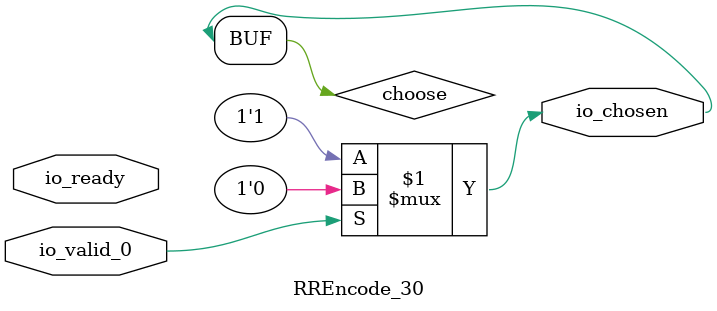
<source format=v>
module RREncode_30(
    input  io_valid_0,
    output io_chosen,
    input  io_ready);
  wire choose;
  assign io_chosen = choose;
  assign choose = io_valid_0 ? 1'h0 : 1'h1;
endmodule
</source>
